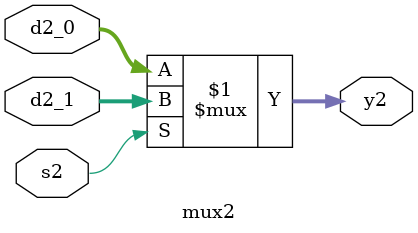
<source format=sv>
`timescale 1ns / 1ps

module mux2
    #(parameter N = 64)
    (
    input [N-1:0] d2_0,
    input [N-1:0] d2_1,
    input s2,
    output [N-1:0] y2
    );

    assign y2 = s2 ? d2_1 : d2_0;
endmodule

</source>
